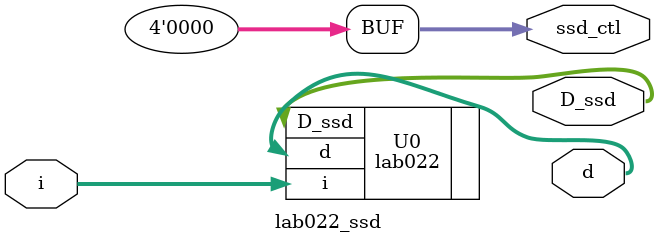
<source format=v>
`timescale 1ns / 1ps


module lab022_ssd(
    input [3:0]i,
    output [7:0]D_ssd,
    output [3:0]ssd_ctl,
    output [3:0]d
    );
    
    lab022 U0(.i(i), .D_ssd(D_ssd), .d(d));
    
    assign ssd_ctl = 4'b0000;
    
endmodule

</source>
